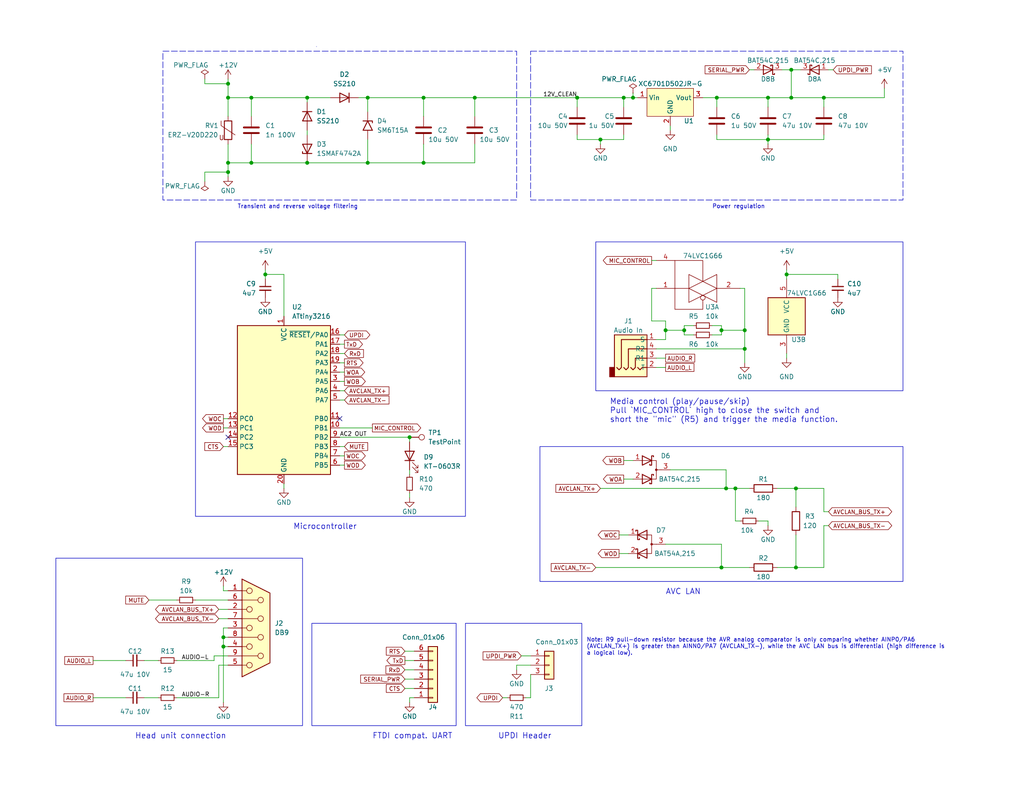
<source format=kicad_sch>
(kicad_sch (version 20230121) (generator eeschema)
  (paper "USLetter")
  (title_block (title "AVCLAN Mockingboard") (rev "1.0"))
  (lib_symbols
    (symbol "74xGxx:74LVC1G66"
      (property "Reference" "U" (at 2.54 7.62 0))
      (property "Value" "74LVC1G66" (at 7.62 -7.62 0))
      (symbol "74LVC1G66_1_1"
        (pin bidirectional line (at -12.7 0 0) (length 5.08) (name "~") (number "1"))
        (pin bidirectional line (at 10.16 0 180) (length 6.25) (name "~") (number "2"))
        (pin input line (at -12.7 -7.62 0) (length 5.08) (name "~") (number "4"))
      )
      (symbol "74LVC1G66_2_1"
        (pin power_in line (at 0 -10.16 90) (length 5.08) (name "GND") (number "3"))
        (pin power_in line (at 0 10.16 270) (length 5.08) (name "VCC") (number "5"))
      )
    )
    (symbol "Connector:DE9_Receptacle" (pin_names (offset 0) hide)
      (property "Reference" "J2" (at 5.08 1.27 0))
      (property "Value" "DB9" (at 5.08 -1.27 0))
      (symbol "DE9_Receptacle_1_1"
        (pin passive line (at -7.62 10.16 0) (length 3.81) (name "BAT") (number "1"))
        (pin passive line (at -7.62 5.08 0) (length 3.81) (name "BUS+") (number "2"))
        (pin passive line (at -7.62 0 0) (length 3.81) (name "L+") (number "3"))
        (pin passive line (at -7.62 -5.08 0) (length 3.81) (name "R+") (number "4"))
        (pin passive line (at -7.62 -10.16 0) (length 3.81) (name "GND") (number "5"))
        (pin passive line (at -7.62 7.62 0) (length 3.81) (name "IGN/ACC") (number "6"))
        (pin passive line (at -7.62 2.54 0) (length 3.81) (name "BUS-") (number "7"))
        (pin passive line (at -7.62 -2.54 0) (length 3.81) (name "L-") (number "8"))
        (pin passive line (at -7.62 -7.62 0) (length 3.81) (name "R-") (number "9"))
      )
    )
    (symbol "Connector:TestPoint" (pin_numbers hide) (pin_names (offset 0.762) hide)
      (property "Reference" "TP" (at 0 6.858 0))
      (property "Value" "TestPoint" (at 0 5.08 0))
      (symbol "TestPoint_1_1"
        (pin passive line (at 0 0 90) (length 2.54) (name "1") (number "1"))
      )
    )
    (symbol "Connector_Audio:AudioJack4"
      (property "Reference" "J1" (at -2.54 7.62 0))
      (property "Value" "Audio In" (at -2.54 5.08 0))
      (symbol "AudioJack4_1_1"
        (pin passive line (at 5.08 2.54 180) (length 2.54) (name "S") (number "1"))
        (pin passive line (at 5.08 -5.08 180) (length 2.54) (name "T") (number "2"))
        (pin passive line (at 5.08 -2.54 180) (length 2.54) (name "R1") (number "3"))
        (pin passive line (at 5.08 0 180) (length 2.54) (name "R2") (number "4"))
      )
    )
    (symbol "Connector_Generic:Conn_01x03" (pin_names (offset 1.016) hide)
      (property "Reference" "J" (at 0 5.08 0))
      (property "Value" "Conn_01x03" (at 0 -5.08 0))
      (symbol "Conn_01x03_1_1"
        (pin passive line (at -5.08 2.54 0) (length 3.81) (name "Pin_1") (number "1"))
        (pin passive line (at -5.08 0 0) (length 3.81) (name "Pin_2") (number "2"))
        (pin passive line (at -5.08 -2.54 0) (length 3.81) (name "Pin_3") (number "3"))
      )
    )
    (symbol "Connector_Generic:Conn_01x06" (pin_names (offset 1.016) hide)
      (property "Reference" "J" (at 0 7.62 0))
      (property "Value" "Conn_01x06" (at 0 -10.16 0))
      (symbol "Conn_01x06_1_1"
        (pin passive line (at -5.08 5.08 0) (length 3.81) (name "Pin_1") (number "1"))
        (pin passive line (at -5.08 2.54 0) (length 3.81) (name "Pin_2") (number "2"))
        (pin passive line (at -5.08 0 0) (length 3.81) (name "Pin_3") (number "3"))
        (pin passive line (at -5.08 -2.54 0) (length 3.81) (name "Pin_4") (number "4"))
        (pin passive line (at -5.08 -5.08 0) (length 3.81) (name "Pin_5") (number "5"))
        (pin passive line (at -5.08 -7.62 0) (length 3.81) (name "Pin_6") (number "6"))
      )
    )
    (symbol "Device:C" (pin_numbers hide) (pin_names (offset 0.254))
      (property "Reference" "C" (at 0.635 2.54 0))
      (property "Value" "C" (at 0.635 -2.54 0))
      (symbol "C_1_1"
        (pin passive line (at 0 3.81 270) (length 2.794) (name "~") (number "1"))
        (pin passive line (at 0 -3.81 90) (length 2.794) (name "~") (number "2"))
      )
    )
    (symbol "Device:C_Small" (pin_numbers hide) (pin_names (offset 0.254) hide)
      (property "Reference" "C" (at 0.254 1.778 0))
      (property "Value" "C_Small" (at 0.254 -2.032 0))
      (symbol "C_Small_1_1"
        (pin passive line (at 0 2.54 270) (length 2.032) (name "~") (number "1"))
        (pin passive line (at 0 -2.54 90) (length 2.032) (name "~") (number "2"))
      )
    )
    (symbol "Device:D" (pin_numbers hide) (pin_names (offset 1.016) hide)
      (property "Reference" "D" (at 0 2.54 0))
      (property "Value" "D" (at 0 -2.54 0))
      (symbol "D_1_1"
        (pin passive line (at -3.81 0 0) (length 2.54) (name "K") (number "1"))
        (pin passive line (at 3.81 0 180) (length 2.54) (name "A") (number "2"))
      )
    )
    (symbol "Device:D_Schottky_Dual_CommonAnode_KKA_Parallel" (pin_names (offset 0.762) hide)
      (property "Reference" "D" (at 0 5.08 0))
      (property "Value" "D_Schottky_Dual_CommonAnode_KKA_Parallel" (at 0 -5.08 0))
      (symbol "D_Schottky_Dual_CommonAnode_KKA_Parallel_0_1"
        (pin passive line (at 5.08 2.54 180) (length 2.54) (name "K") (number "1"))
        (pin passive line (at 5.08 -2.54 180) (length 2.54) (name "K") (number "2"))
        (pin passive line (at -5.08 0 0) (length 2.54) (name "A") (number "3"))
      )
    )
    (symbol "Device:D_Schottky_Dual_CommonCathode_AAK_Parallel" (pin_names (offset 0.762) hide)
      (property "Reference" "D" (at 0 5.08 0))
      (property "Value" "D_Schottky_Dual_CommonCathode_AAK_Parallel" (at 0 -5.08 0))
      (symbol "D_Schottky_Dual_CommonCathode_AAK_Parallel_0_1"
        (pin passive line (at -5.08 2.54 0) (length 2.54) (name "K") (number "1"))
        (pin passive line (at -5.08 -2.54 0) (length 2.54) (name "K") (number "2"))
        (pin passive line (at 5.08 0 180) (length 2.54) (name "A") (number "3"))
      )
    )
    (symbol "Device:D_Schottky_Dual_CommonCathode_AAK_Split" (pin_names (offset 0.762) hide)
      (property "Reference" "D" (at 0 2.54 0))
      (property "Value" "D_Schottky_Dual_CommonCathode_AAK_Split" (at 0 -2.54 0))
      (symbol "D_Schottky_Dual_CommonCathode_AAK_Split_0_1"
        (pin passive line (at 3.81 0 180) (length 2.54) (name "K") (number "3"))
      )
      (symbol "D_Schottky_Dual_CommonCathode_AAK_Split_1_1"
        (pin passive line (at -3.81 0 0) (length 2.54) (name "A") (number "1"))
      )
      (symbol "D_Schottky_Dual_CommonCathode_AAK_Split_2_1"
        (pin passive line (at -3.81 0 0) (length 2.54) (name "K") (number "2"))
      )
    )
    (symbol "Device:D_Zener" (pin_numbers hide) (pin_names (offset 1.016) hide)
      (property "Reference" "D" (at 0 2.54 0))
      (property "Value" "D_Zener" (at 0 -2.54 0))
      (symbol "D_Zener_1_1"
        (pin passive line (at -3.81 0 0) (length 2.54) (name "K") (number "1"))
        (pin passive line (at 3.81 0 180) (length 2.54) (name "A") (number "2"))
      )
    )
    (symbol "Device:LED" (pin_numbers hide) (pin_names (offset 1.016) hide)
      (property "Reference" "D" (at 0 2.54 0))
      (property "Value" "LED" (at 0 -2.54 0))
      (symbol "LED_1_1"
        (pin passive line (at -3.81 0 0) (length 2.54) (name "K") (number "1"))
        (pin passive line (at 3.81 0 180) (length 2.54) (name "A") (number "2"))
      )
    )
    (symbol "Device:R" (pin_numbers hide) (pin_names (offset 0))
      (property "Reference" "R" (at 2.032 0 90))
      (property "Value" "R" (at 0 0 90))
      (symbol "R_1_1"
        (pin passive line (at 0 3.81 270) (length 1.27) (name "~") (number "1"))
        (pin passive line (at 0 -3.81 90) (length 1.27) (name "~") (number "2"))
      )
    )
    (symbol "Device:R_Small" (pin_numbers hide) (pin_names (offset 0.254) hide)
      (property "Reference" "R" (at 0.762 0.508 0))
      (property "Value" "R_Small" (at 0.762 -1.016 0))
      (symbol "R_Small_1_1"
        (pin passive line (at 0 2.54 270) (length 0.762) (name "~") (number "1"))
        (pin passive line (at 0 -2.54 90) (length 0.762) (name "~") (number "2"))
      )
    )
    (symbol "Device:Varistor" (pin_numbers hide) (pin_names (offset 0))
      (property "Reference" "RV" (at 3.175 0 90))
      (property "Value" "Varistor" (at -3.175 0 90))
      (symbol "Varistor_0_0"
        (text "U" (at -1.778 -2.032 0) (effects (font (size 1.27 1.27))))
      )
      (symbol "Varistor_1_1"
        (pin passive line (at 0 3.81 270) (length 1.27) (name "~") (number "1"))
        (pin passive line (at 0 -3.81 90) (length 1.27) (name "~") (number "2"))
      )
    )
    (symbol "Diode:SM6T15A" (pin_numbers hide) (pin_names (offset 1.016) hide)
      (property "Reference" "D" (at 0 2.54 0))
      (property "Value" "SM6T15A" (at 0 -2.54 0))
      (symbol "SM6T15A_1_1"
        (pin passive line (at -3.81 0 0) (length 2.54) (name "A1") (number "1"))
        (pin passive line (at 3.81 0 180) (length 2.54) (name "A2") (number "2"))
      )
    )
    (symbol "MCU_Microchip_ATtiny:ATtiny1616-S"
      (property "Reference" "U" (at -12.7 21.59 0))
      (property "Value" "ATtiny1616-S" (at 2.54 -21.59 0))
      (symbol "ATtiny1616-S_1_1"
        (pin power_in line (at 0 22.86 270) (length 2.54) (name "VCC") (number "1"))
        (pin bidirectional line (at 15.24 -7.62 180) (length 2.54) (name "PB1") (number "10"))
        (pin bidirectional line (at 15.24 -5.08 180) (length 2.54) (name "PB0") (number "11"))
        (pin bidirectional line (at -15.24 -5.08 0) (length 2.54) (name "PC0") (number "12"))
        (pin bidirectional line (at -15.24 -7.62 0) (length 2.54) (name "PC1") (number "13"))
        (pin bidirectional line (at -15.24 -10.16 0) (length 2.54) (name "PC2") (number "14"))
        (pin bidirectional line (at -15.24 -12.7 0) (length 2.54) (name "PC3") (number "15"))
        (pin bidirectional line (at 15.24 17.78 180) (length 2.54) (name "~{RESET}/PA0") (number "16"))
        (pin bidirectional line (at 15.24 15.24 180) (length 2.54) (name "PA1") (number "17"))
        (pin bidirectional line (at 15.24 12.7 180) (length 2.54) (name "PA2") (number "18"))
        (pin bidirectional line (at 15.24 10.16 180) (length 2.54) (name "PA3") (number "19"))
        (pin bidirectional line (at 15.24 7.62 180) (length 2.54) (name "PA4") (number "2"))
        (pin power_in line (at 0 -22.86 90) (length 2.54) (name "GND") (number "20"))
        (pin bidirectional line (at 15.24 5.08 180) (length 2.54) (name "PA5") (number "3"))
        (pin bidirectional line (at 15.24 2.54 180) (length 2.54) (name "PA6") (number "4"))
        (pin bidirectional line (at 15.24 0 180) (length 2.54) (name "PA7") (number "5"))
        (pin bidirectional line (at 15.24 -17.78 180) (length 2.54) (name "PB5") (number "6"))
        (pin bidirectional line (at 15.24 -15.24 180) (length 2.54) (name "PB4") (number "7"))
        (pin bidirectional line (at 15.24 -12.7 180) (length 2.54) (name "PB3") (number "8"))
        (pin bidirectional line (at 15.24 -10.16 180) (length 2.54) (name "PB2") (number "9"))
      )
    )
    (symbol "local:XC6701"
      (property "Reference" "U" (at 0 5.08 0))
      (symbol "XC6701_0_0"
        (pin power_in line (at -8.89 1.27 0) (length 2.54) (name "Vin") (number "1"))
        (pin power_in line (at 0 -6.35 90) (length 2.54) (name "GND") (number "2"))
        (pin power_out line (at 8.89 1.27 180) (length 2.54) (name "Vout") (number "3"))
      )
    )
    (symbol "power:+12V" (power) (pin_names (offset 0))
      (property "Value" "+12V" (at 0 3.556 0))
      (symbol "+12V_1_1"
        (pin power_in line (at 0 0 90) (length 0) hide (name "+12V") (number "1"))
      )
    )
    (symbol "power:+5V" (power) (pin_names (offset 0))
      (property "Value" "+5V" (at 0 3.556 0))
      (symbol "+5V_1_1"
        (pin power_in line (at 0 0 90) (length 0) hide (name "+5V") (number "1"))
      )
    )
    (symbol "power:GND" (power) (pin_names (offset 0))
      (property "Value" "GND" (at 0 -3.81 0))
      (symbol "GND_1_1"
        (pin power_in line (at 0 0 270) (length 0) hide (name "GND") (number "1"))
      )
    )
    (symbol "power:PWR_FLAG" (power) (pin_numbers hide) (pin_names (offset 0) hide)
      (property "Value" "PWR_FLAG" (at 0 3.81 0))
      (symbol "PWR_FLAG_0_0"
        (pin power_out line (at 0 0 90) (length 0) (name "pwr") (number "1"))
      )
    )
  )
  (junction (at 209.55 26.67))
  (junction (at 72.39 74.93))
  (junction (at 60.96 173.99))
  (junction (at 83.82 44.45))
  (junction (at 62.23 44.45))
  (junction (at 163.83 38.1))
  (junction (at 62.23 22.86))
  (junction (at 100.33 26.67))
  (junction (at 215.9 19.05))
  (junction (at 170.18 26.67))
  (junction (at 195.58 26.67))
  (junction (at 217.17 133.35))
  (junction (at 203.2 90.17))
  (junction (at 62.23 46.99))
  (junction (at 172.72 26.67))
  (junction (at 115.57 44.45))
  (junction (at 111.76 119.38))
  (junction (at 186.69 90.17))
  (junction (at 157.48 26.67))
  (junction (at 217.17 154.94))
  (junction (at 60.96 176.53))
  (junction (at 68.58 26.67))
  (junction (at 224.79 26.67))
  (junction (at 181.61 90.17))
  (junction (at 129.54 26.67))
  (junction (at 203.2 95.25))
  (junction (at 200.66 133.35))
  (junction (at 68.58 44.45))
  (junction (at 196.85 154.94))
  (junction (at 62.23 26.67))
  (junction (at 100.33 44.45))
  (junction (at 198.12 133.35))
  (junction (at 196.85 90.17))
  (junction (at 214.63 74.93))
  (junction (at 215.9 26.67))
  (junction (at 83.82 26.67))
  (junction (at 209.55 38.1))
  (junction (at 115.57 26.67))
  (no_connect (at 62.23 119.38))
  (no_connect (at 92.71 114.3))
  (wire (pts (xy 39.37 180.34) (xy 43.18 180.34)))
  (wire (pts (xy 196.85 91.44) (xy 196.85 90.17)))
  (wire (pts (xy 48.26 180.34) (xy 58.42 180.34)))
  (wire (pts (xy 62.23 26.67) (xy 68.58 26.67)))
  (wire (pts (xy 55.88 22.86) (xy 55.88 21.59)))
  (wire (pts (xy 111.76 119.38) (xy 111.76 120.65)))
  (wire (pts (xy 195.58 36.83) (xy 195.58 38.1)))
  (wire (pts (xy 92.71 116.84) (xy 101.6 116.84)))
  (wire (pts (xy 179.07 92.71) (xy 181.61 92.71)))
  (wire (pts (xy 168.91 146.05) (xy 171.45 146.05)))
  (wire (pts (xy 182.88 34.29) (xy 182.88 35.56)))
  (wire (pts (xy 83.82 35.56) (xy 83.82 36.83)))
  (wire (pts (xy 204.47 19.05) (xy 205.74 19.05)))
  (wire (pts (xy 100.33 26.67) (xy 115.57 26.67)))
  (wire (pts (xy 111.76 128.27) (xy 111.76 129.54)))
  (wire (pts (xy 170.18 125.73) (xy 172.72 125.73)))
  (wire (pts (xy 62.23 179.07) (xy 58.42 179.07)))
  (wire (pts (xy 217.17 154.94) (xy 224.79 154.94)))
  (wire (pts (xy 142.24 179.07) (xy 144.78 179.07)))
  (wire (pts (xy 195.58 38.1) (xy 209.55 38.1)))
  (wire (pts (xy 170.18 36.83) (xy 170.18 38.1)))
  (wire (pts (xy 224.79 29.21) (xy 224.79 26.67)))
  (wire (pts (xy 140.97 182.88) (xy 140.97 181.61)))
  (wire (pts (xy 198.12 128.27) (xy 198.12 133.35)))
  (wire (pts (xy 25.4 190.5) (xy 34.29 190.5)))
  (wire (pts (xy 60.96 176.53) (xy 62.23 176.53)))
  (wire (pts (xy 144.78 190.5) (xy 144.78 184.15)))
  (wire (pts (xy 100.33 44.45) (xy 115.57 44.45)))
  (wire (pts (xy 214.63 74.93) (xy 214.63 76.2)))
  (wire (pts (xy 186.69 90.17) (xy 181.61 90.17)))
  (wire (pts (xy 215.9 19.05) (xy 215.9 26.67)))
  (wire (pts (xy 224.79 143.51) (xy 226.06 143.51)))
  (wire (pts (xy 170.18 130.81) (xy 172.72 130.81)))
  (wire (pts (xy 198.12 133.35) (xy 200.66 133.35)))
  (wire (pts (xy 163.83 38.1) (xy 157.48 38.1)))
  (wire (pts (xy 77.47 133.35) (xy 77.47 132.08)))
  (wire (pts (xy 92.71 121.92) (xy 93.98 121.92)))
  (wire (pts (xy 110.49 185.42) (xy 113.03 185.42)))
  (wire (pts (xy 191.77 26.67) (xy 195.58 26.67)))
  (polyline (pts (xy 86.36 12.7) (xy 86.36 12.7)))
  (wire (pts (xy 181.61 90.17) (xy 181.61 92.71)))
  (wire (pts (xy 143.51 190.5) (xy 144.78 190.5)))
  (wire (pts (xy 59.69 166.37) (xy 62.23 166.37)))
  (wire (pts (xy 140.97 181.61) (xy 144.78 181.61)))
  (wire (pts (xy 163.83 38.1) (xy 163.83 39.37)))
  (wire (pts (xy 110.49 180.34) (xy 113.03 180.34)))
  (wire (pts (xy 170.18 26.67) (xy 170.18 29.21)))
  (wire (pts (xy 224.79 154.94) (xy 224.79 143.51)))
  (wire (pts (xy 39.37 190.5) (xy 43.18 190.5)))
  (wire (pts (xy 60.96 160.02) (xy 60.96 161.29)))
  (wire (pts (xy 224.79 139.7) (xy 224.79 133.35)))
  (wire (pts (xy 200.66 133.35) (xy 204.47 133.35)))
  (wire (pts (xy 129.54 26.67) (xy 129.54 31.75)))
  (wire (pts (xy 196.85 154.94) (xy 204.47 154.94)))
  (wire (pts (xy 214.63 74.93) (xy 228.6 74.93)))
  (wire (pts (xy 92.71 91.44) (xy 93.98 91.44)))
  (wire (pts (xy 201.93 78.74) (xy 203.2 78.74)))
  (wire (pts (xy 179.07 100.33) (xy 181.61 100.33)))
  (wire (pts (xy 60.96 173.99) (xy 62.23 173.99)))
  (wire (pts (xy 92.71 119.38) (xy 111.76 119.38)))
  (wire (pts (xy 209.55 142.24) (xy 209.55 143.51)))
  (wire (pts (xy 83.82 26.67) (xy 83.82 27.94)))
  (wire (pts (xy 195.58 26.67) (xy 209.55 26.67)))
  (wire (pts (xy 196.85 148.59) (xy 196.85 154.94)))
  (wire (pts (xy 129.54 39.37) (xy 129.54 44.45)))
  (wire (pts (xy 170.18 26.67) (xy 172.72 26.67)))
  (wire (pts (xy 200.66 133.35) (xy 200.66 142.24)))
  (wire (pts (xy 68.58 44.45) (xy 68.58 39.37)))
  (wire (pts (xy 129.54 44.45) (xy 115.57 44.45)))
  (wire (pts (xy 215.9 19.05) (xy 218.44 19.05)))
  (wire (pts (xy 25.4 180.34) (xy 34.29 180.34)))
  (wire (pts (xy 224.79 38.1) (xy 224.79 36.83)))
  (wire (pts (xy 172.72 25.4) (xy 172.72 26.67)))
  (wire (pts (xy 110.49 177.8) (xy 113.03 177.8)))
  (wire (pts (xy 115.57 39.37) (xy 115.57 44.45)))
  (wire (pts (xy 62.23 22.86) (xy 62.23 26.67)))
  (wire (pts (xy 217.17 146.05) (xy 217.17 154.94)))
  (wire (pts (xy 83.82 26.67) (xy 90.17 26.67)))
  (wire (pts (xy 186.69 88.9) (xy 186.69 90.17)))
  (wire (pts (xy 97.79 26.67) (xy 100.33 26.67)))
  (wire (pts (xy 72.39 76.2) (xy 72.39 74.93)))
  (wire (pts (xy 110.49 187.96) (xy 113.03 187.96)))
  (wire (pts (xy 194.31 91.44) (xy 196.85 91.44)))
  (wire (pts (xy 60.96 161.29) (xy 62.23 161.29)))
  (wire (pts (xy 62.23 39.37) (xy 62.23 44.45)))
  (wire (pts (xy 213.36 19.05) (xy 215.9 19.05)))
  (wire (pts (xy 212.09 133.35) (xy 217.17 133.35)))
  (wire (pts (xy 181.61 148.59) (xy 196.85 148.59)))
  (wire (pts (xy 181.61 87.63) (xy 181.61 90.17)))
  (wire (pts (xy 60.96 116.84) (xy 62.23 116.84)))
  (wire (pts (xy 115.57 26.67) (xy 129.54 26.67)))
  (wire (pts (xy 228.6 74.93) (xy 228.6 76.2)))
  (wire (pts (xy 203.2 78.74) (xy 203.2 90.17)))
  (wire (pts (xy 111.76 134.62) (xy 111.76 135.89)))
  (wire (pts (xy 58.42 179.07) (xy 58.42 180.34)))
  (wire (pts (xy 92.71 93.98) (xy 93.98 93.98)))
  (wire (pts (xy 224.79 26.67) (xy 241.3 26.67)))
  (wire (pts (xy 137.16 190.5) (xy 138.43 190.5)))
  (wire (pts (xy 195.58 26.67) (xy 195.58 29.21)))
  (wire (pts (xy 60.96 121.92) (xy 62.23 121.92)))
  (wire (pts (xy 111.76 190.5) (xy 113.03 190.5)))
  (wire (pts (xy 60.96 176.53) (xy 60.96 191.77)))
  (wire (pts (xy 217.17 138.43) (xy 217.17 133.35)))
  (wire (pts (xy 224.79 133.35) (xy 217.17 133.35)))
  (wire (pts (xy 157.48 38.1) (xy 157.48 36.83)))
  (wire (pts (xy 115.57 31.75) (xy 115.57 26.67)))
  (wire (pts (xy 62.23 46.99) (xy 62.23 48.26)))
  (wire (pts (xy 62.23 26.67) (xy 62.23 31.75)))
  (wire (pts (xy 100.33 38.1) (xy 100.33 44.45)))
  (wire (pts (xy 62.23 44.45) (xy 62.23 46.99)))
  (wire (pts (xy 179.07 97.79) (xy 181.61 97.79)))
  (wire (pts (xy 48.26 190.5) (xy 59.69 190.5)))
  (wire (pts (xy 60.96 173.99) (xy 60.96 176.53)))
  (wire (pts (xy 59.69 181.61) (xy 59.69 190.5)))
  (wire (pts (xy 62.23 181.61) (xy 59.69 181.61)))
  (wire (pts (xy 209.55 38.1) (xy 224.79 38.1)))
  (wire (pts (xy 157.48 26.67) (xy 170.18 26.67)))
  (wire (pts (xy 157.48 29.21) (xy 157.48 26.67)))
  (wire (pts (xy 68.58 26.67) (xy 83.82 26.67)))
  (wire (pts (xy 72.39 74.93) (xy 77.47 74.93)))
  (wire (pts (xy 55.88 46.99) (xy 55.88 49.53)))
  (wire (pts (xy 196.85 88.9) (xy 196.85 90.17)))
  (wire (pts (xy 55.88 22.86) (xy 62.23 22.86)))
  (wire (pts (xy 53.34 163.83) (xy 62.23 163.83)))
  (wire (pts (xy 212.09 154.94) (xy 217.17 154.94)))
  (wire (pts (xy 209.55 29.21) (xy 209.55 26.67)))
  (wire (pts (xy 92.71 109.22) (xy 93.98 109.22)))
  (wire (pts (xy 172.72 26.67) (xy 173.99 26.67)))
  (wire (pts (xy 77.47 74.93) (xy 77.47 86.36)))
  (wire (pts (xy 170.18 38.1) (xy 163.83 38.1)))
  (wire (pts (xy 55.88 46.99) (xy 62.23 46.99)))
  (wire (pts (xy 92.71 101.6) (xy 93.98 101.6)))
  (wire (pts (xy 209.55 38.1) (xy 209.55 36.83)))
  (wire (pts (xy 214.63 96.52) (xy 214.63 97.79)))
  (wire (pts (xy 92.71 124.46) (xy 93.98 124.46)))
  (wire (pts (xy 163.83 133.35) (xy 198.12 133.35)))
  (wire (pts (xy 203.2 95.25) (xy 203.2 99.06)))
  (wire (pts (xy 92.71 104.14) (xy 93.98 104.14)))
  (wire (pts (xy 129.54 26.67) (xy 157.48 26.67)))
  (wire (pts (xy 92.71 106.68) (xy 93.98 106.68)))
  (wire (pts (xy 162.56 154.94) (xy 196.85 154.94)))
  (wire (pts (xy 177.8 71.12) (xy 179.07 71.12)))
  (wire (pts (xy 215.9 26.67) (xy 224.79 26.67)))
  (wire (pts (xy 203.2 90.17) (xy 203.2 95.25)))
  (wire (pts (xy 92.71 96.52) (xy 93.98 96.52)))
  (wire (pts (xy 62.23 44.45) (xy 68.58 44.45)))
  (wire (pts (xy 226.06 19.05) (xy 227.33 19.05)))
  (wire (pts (xy 62.23 171.45) (xy 60.96 171.45)))
  (wire (pts (xy 177.8 87.63) (xy 181.61 87.63)))
  (wire (pts (xy 110.49 182.88) (xy 113.03 182.88)))
  (wire (pts (xy 68.58 26.67) (xy 68.58 31.75)))
  (wire (pts (xy 189.23 88.9) (xy 186.69 88.9)))
  (wire (pts (xy 60.96 171.45) (xy 60.96 173.99)))
  (wire (pts (xy 40.64 163.83) (xy 48.26 163.83)))
  (wire (pts (xy 194.31 88.9) (xy 196.85 88.9)))
  (wire (pts (xy 196.85 90.17) (xy 203.2 90.17)))
  (wire (pts (xy 92.71 99.06) (xy 93.98 99.06)))
  (wire (pts (xy 209.55 142.24) (xy 207.01 142.24)))
  (wire (pts (xy 179.07 95.25) (xy 203.2 95.25)))
  (wire (pts (xy 241.3 24.13) (xy 241.3 26.67)))
  (wire (pts (xy 189.23 91.44) (xy 186.69 91.44)))
  (wire (pts (xy 60.96 114.3) (xy 62.23 114.3)))
  (wire (pts (xy 168.91 151.13) (xy 171.45 151.13)))
  (wire (pts (xy 209.55 38.1) (xy 209.55 39.37)))
  (wire (pts (xy 83.82 44.45) (xy 68.58 44.45)))
  (wire (pts (xy 100.33 30.48) (xy 100.33 26.67)))
  (wire (pts (xy 182.88 128.27) (xy 198.12 128.27)))
  (wire (pts (xy 59.69 168.91) (xy 62.23 168.91)))
  (wire (pts (xy 111.76 191.77) (xy 111.76 190.5)))
  (wire (pts (xy 83.82 44.45) (xy 100.33 44.45)))
  (wire (pts (xy 92.71 127) (xy 93.98 127)))
  (wire (pts (xy 62.23 21.59) (xy 62.23 22.86)))
  (wire (pts (xy 186.69 91.44) (xy 186.69 90.17)))
  (wire (pts (xy 224.79 139.7) (xy 226.06 139.7)))
  (wire (pts (xy 201.93 142.24) (xy 200.66 142.24)))
  (wire (pts (xy 72.39 74.93) (xy 72.39 73.66)))
  (wire (pts (xy 177.8 78.74) (xy 177.8 87.63)))
  (wire (pts (xy 214.63 73.66) (xy 214.63 74.93)))
  (wire (pts (xy 209.55 26.67) (xy 215.9 26.67)))
  (wire (pts (xy 179.07 78.74) (xy 177.8 78.74)))
  (rectangle (start 127 170.18) (end 158.75 198.12))
  (rectangle (start 53.34 66.04) (end 127 140.97))
  (rectangle (start 144.78 13.97) (end 246.38 54.61) (stroke (width 0) (type dash)))
  (rectangle (start 162.56 66.04) (end 246.38 106.68))
  (rectangle (start 147.32 121.92) (end 246.38 158.75))
  (rectangle (start 85.09 170.18) (end 124.46 198.12))
  (rectangle (start 44.45 13.97) (end 140.97 54.61) (stroke (width 0) (type dash)))
  (rectangle (start 15.24 152.4) (end 82.55 198.12))
  (text "Microcontroller" (at 80.01 144.78 0) (effects (font (size 1.524 1.524)) (justify left bottom)))
  (text "Media control (play/pause/skip)\nPull `MIC_CONTROL` high to close the switch and\nshort the \"mic\" (R5) and trigger the media function." (at 166.37 115.57 0) (effects (font (size 1.524 1.524)) (justify left bottom)))
  (text "Head unit connection" (at 36.83 201.93 0) (effects (font (size 1.524 1.524)) (justify left bottom)))
  (text "AVC LAN" (at 181.61 162.56 0) (effects (font (size 1.524 1.524)) (justify left bottom)))
  (text "Note: R9 pull-down resistor because the AVR analog comparator is only comparing whether AINP0/PA6\n(AVCLAN_TX+) is greater than AINN0/PA7 (AVCLAN_TX-), while the AVC LAN bus is differential (high difference is\na logical low)." (at 160.02 179.07 0) (effects (font (size 1.1176 1.1176)) (justify left bottom)))
  (text "Power regulation" (at 194.31 57.15 0) (effects (font (size 1.1176 1.1176)) (justify left bottom)))
  (text "UPDI Header" (at 135.89 201.93 0) (effects (font (size 1.524 1.524)) (justify left bottom)))
  (text "Transient and reverse voltage filtering" (at 64.77 57.15 0) (effects (font (size 1.1176 1.1176)) (justify left bottom)))
  (text "FTDI compat. UART" (at 101.6 201.93 0) (effects (font (size 1.524 1.524)) (justify left bottom)))
  (label "12V_CLEAN" (at 157.48 26.67 180) (effects (font (size 1.1176 1.1176))))
  (label "AC2 OUT" (at 92.71 119.38 0) (effects (font (size 1.1176 1.1176))))
  (label "AUDIO-L" (at 49.53 180.34 0) (effects (font (size 1.1176 1.1176))))
  (label "AUDIO-R" (at 49.53 190.5 0) (effects (font (size 1.1176 1.1176))))
  (global_label "WOC" (shape output) (at 93.98 124.46 0) (effects (font (size 1.1176 1.1176))) (property "Intersheetrefs" "${INTERSHEET_REFS}" (effects hide)))
  (global_label "AVCLAN_BUS_TX-" (shape bidirectional) (at 226.06 143.51 0) (effects (font (size 1.1 1.1))) (property "Intersheetrefs" "${INTERSHEET_REFS}" (effects hide)))
  (global_label "SERIAL_PWR" (shape input) (at 204.47 19.05 180) (effects (font (size 1.1176 1.1176))) (property "Intersheetrefs" "${INTERSHEET_REFS}" (effects hide)))
  (global_label "AUDIO_R" (shape passive) (at 25.4 190.5 180) (effects (font (size 1.1 1.1))) (property "Intersheetrefs" "${INTERSHEET_REFS}" (effects hide)))
  (global_label "AVCLAN_TX-" (shape input) (at 162.56 154.94 180) (effects (font (size 1.1 1.1))) (property "Intersheetrefs" "${INTERSHEET_REFS}" (effects hide)))
  (global_label "SERIAL_PWR" (shape input) (at 110.49 185.42 180) (effects (font (size 1.1176 1.1176))) (property "Intersheetrefs" "${INTERSHEET_REFS}" (effects hide)))
  (global_label "WOA" (shape output) (at 170.18 130.81 180) (effects (font (size 1.1176 1.1176))) (property "Intersheetrefs" "${INTERSHEET_REFS}" (effects hide)))
  (global_label "RxD" (shape input) (at 110.49 182.88 180) (effects (font (size 1.1 1.1))) (property "Intersheetrefs" "${INTERSHEET_REFS}" (effects hide)))
  (global_label "TxD" (shape output) (at 93.98 93.98 0) (effects (font (size 1.1 1.1))) (property "Intersheetrefs" "${INTERSHEET_REFS}" (effects hide)))
  (global_label "AUDIO_R" (shape passive) (at 181.61 97.79 0) (effects (font (size 1.1 1.1))) (property "Intersheetrefs" "${INTERSHEET_REFS}" (effects hide)))
  (global_label "WOB" (shape output) (at 93.98 104.14 0) (effects (font (size 1.1176 1.1176))) (property "Intersheetrefs" "${INTERSHEET_REFS}" (effects hide)))
  (global_label "UPDI" (shape bidirectional) (at 93.98 91.44 0) (effects (font (size 1.1 1.1))) (property "Intersheetrefs" "${INTERSHEET_REFS}" (effects hide)))
  (global_label "WOC" (shape output) (at 168.91 146.05 180) (effects (font (size 1.1176 1.1176))) (property "Intersheetrefs" "${INTERSHEET_REFS}" (effects hide)))
  (global_label "MIC_CONTROL" (shape output) (at 177.8 71.12 180) (effects (font (size 1.1 1.1))) (property "Intersheetrefs" "${INTERSHEET_REFS}" (effects hide)))
  (global_label "MIC_CONTROL" (shape output) (at 101.6 116.84 0) (effects (font (size 1.1 1.1))) (property "Intersheetrefs" "${INTERSHEET_REFS}" (effects hide)))
  (global_label "RTS" (shape output) (at 93.98 99.06 0) (effects (font (size 1.1 1.1))) (property "Intersheetrefs" "${INTERSHEET_REFS}" (effects hide)))
  (global_label "MUTE" (shape input) (at 93.98 121.92 0) (effects (font (size 1.1 1.1))) (property "Intersheetrefs" "${INTERSHEET_REFS}" (effects hide)))
  (global_label "AVCLAN_TX+" (shape input) (at 93.98 106.68 0) (effects (font (size 1.1 1.1))) (property "Intersheetrefs" "${INTERSHEET_REFS}" (effects hide)))
  (global_label "AVCLAN_BUS_TX+" (shape bidirectional) (at 59.69 166.37 180) (effects (font (size 1.1 1.1))) (property "Intersheetrefs" "${INTERSHEET_REFS}" (effects hide)))
  (global_label "CTS" (shape input) (at 60.96 121.92 180) (effects (font (size 1.1 1.1))) (property "Intersheetrefs" "${INTERSHEET_REFS}" (effects hide)))
  (global_label "AUDIO_L" (shape passive) (at 25.4 180.34 180) (effects (font (size 1.1 1.1))) (property "Intersheetrefs" "${INTERSHEET_REFS}" (effects hide)))
  (global_label "WOD" (shape output) (at 60.96 116.84 180) (effects (font (size 1.1176 1.1176))) (property "Intersheetrefs" "${INTERSHEET_REFS}" (effects hide)))
  (global_label "AVCLAN_BUS_TX-" (shape bidirectional) (at 59.69 168.91 180) (effects (font (size 1.1 1.1))) (property "Intersheetrefs" "${INTERSHEET_REFS}" (effects hide)))
  (global_label "UPDI" (shape bidirectional) (at 137.16 190.5 180) (effects (font (size 1.1176 1.1176))) (property "Intersheetrefs" "${INTERSHEET_REFS}" (effects hide)))
  (global_label "WOD" (shape output) (at 93.98 127 0) (effects (font (size 1.1176 1.1176))) (property "Intersheetrefs" "${INTERSHEET_REFS}" (effects hide)))
  (global_label "TxD" (shape output) (at 110.49 180.34 180) (effects (font (size 1.1 1.1))) (property "Intersheetrefs" "${INTERSHEET_REFS}" (effects hide)))
  (global_label "WOA" (shape output) (at 93.98 101.6 0) (effects (font (size 1.1176 1.1176))) (property "Intersheetrefs" "${INTERSHEET_REFS}" (effects hide)))
  (global_label "RxD" (shape input) (at 93.98 96.52 0) (effects (font (size 1.1 1.1))) (property "Intersheetrefs" "${INTERSHEET_REFS}" (effects hide)))
  (global_label "WOD" (shape output) (at 168.91 151.13 180) (effects (font (size 1.1176 1.1176))) (property "Intersheetrefs" "${INTERSHEET_REFS}" (effects hide)))
  (global_label "AUDIO_L" (shape passive) (at 181.61 100.33 0) (effects (font (size 1.1 1.1))) (property "Intersheetrefs" "${INTERSHEET_REFS}" (effects hide)))
  (global_label "MUTE" (shape input) (at 40.64 163.83 180) (effects (font (size 1.1 1.1))) (property "Intersheetrefs" "${INTERSHEET_REFS}" (effects hide)))
  (global_label "CTS" (shape input) (at 110.49 187.96 180) (effects (font (size 1.1 1.1))) (property "Intersheetrefs" "${INTERSHEET_REFS}" (effects hide)))
  (global_label "AVCLAN_TX-" (shape input) (at 93.98 109.22 0) (effects (font (size 1.1 1.1))) (property "Intersheetrefs" "${INTERSHEET_REFS}" (effects hide)))
  (global_label "RTS" (shape input) (at 110.49 177.8 180) (effects (font (size 1.1 1.1))) (property "Intersheetrefs" "${INTERSHEET_REFS}" (effects hide)))
  (global_label "AVCLAN_BUS_TX+" (shape bidirectional) (at 226.06 139.7 0) (effects (font (size 1.1 1.1))) (property "Intersheetrefs" "${INTERSHEET_REFS}" (effects hide)))
  (global_label "WOC" (shape output) (at 60.96 114.3 180) (effects (font (size 1.1176 1.1176))) (property "Intersheetrefs" "${INTERSHEET_REFS}" (effects hide)))
  (global_label "AVCLAN_TX+" (shape input) (at 163.83 133.35 180) (effects (font (size 1.1 1.1))) (property "Intersheetrefs" "${INTERSHEET_REFS}" (effects hide)))
  (global_label "WOB" (shape output) (at 170.18 125.73 180) (effects (font (size 1.1176 1.1176))) (property "Intersheetrefs" "${INTERSHEET_REFS}" (effects hide)))
  (global_label "UPDI_PWR" (shape input) (at 142.24 179.07 180) (effects (font (size 1.1176 1.1176))) (property "Intersheetrefs" "${INTERSHEET_REFS}" (effects hide)))
  (global_label "UPDI_PWR" (shape input) (at 227.33 19.05 0) (effects (font (size 1.1176 1.1176))) (property "Intersheetrefs" "${INTERSHEET_REFS}" (effects hide)))
  (symbol (lib_id "Connector_Generic:Conn_01x06") (at 118.11 185.42 0) (mirror x) (unit 1)
    (property "Reference" "J4" (at 118.11 193.04 0))
    (property "Value" "Conn_01x06" (at 115.57 173.99 0))
    (property "Footprint" "Connector_PinHeader_2.54mm:PinHeader_1x06_P2.54mm_Vertical" (effects hide))
  )
  (symbol (lib_id "power:GND") (at 111.76 191.77 0) (unit 1)
    (property "Reference" "#PWR010" (effects hide))
    (property "Value" "GND" (at 111.76 195.58 0))
  )
  (symbol (lib_id "Device:Varistor") (at 62.23 35.56 0) (unit 1)
    (property "Reference" "RV1" (at 55.88 34.29 0) (effects (justify left)))
    (property "Value" "ERZ-V20D220 " (at 45.72 36.83 0) (effects (justify left)))
    (property "Footprint" "Varistor:RV_Disc_D21.5mm_W5.1mm_P10mm" (effects hide))
    (property "Sim.Name" "kicad_builtin_varistor" (effects hide))
    (property "Sim.Device" "SUBCKT" (effects hide))
    (property "Sim.Pins" "1=A 2=B" (effects hide))
    (property "Sim.Params" "threshold=1k" (effects hide))
    (property "Sim.Library" "${KICAD7_SYMBOL_DIR}/Simulation_SPICE.sp" (effects hide))
  )
  (symbol (lib_id "Device:R") (at 208.28 133.35 90) (unit 1)
    (property "Reference" "R1" (at 208.28 130.81 90))
    (property "Value" "180" (at 208.28 135.89 90))
    (property "Footprint" "Resistor_SMD:R_0805_2012Metric" (effects hide))
    (property "LCSC" "C25270" (effects hide))
    (property "Populate" "1" (effects hide))
  )
  (symbol (lib_id "power:+12V") (at 60.96 160.02 0) (unit 1)
    (property "Reference" "#PWR012" (effects hide))
    (property "Value" "+12V" (at 60.96 156.21 0))
  )
  (symbol (lib_id "74xGxx:74LVC1G66") (at 214.63 86.36 0) (unit 2)
    (property "Reference" "U3" (at 215.9 92.71 0) (effects (justify left)))
    (property "Value" "74LVC1G66" (at 214.63 80.01 0) (effects (justify left)))
    (property "Footprint" "Package_TO_SOT_SMD:SOT-23-5" (effects hide))
    (property "Datasheet" "http://www.ti.com/lit/ds/symlink/sn74lvc1g66.pdf" (effects hide))
    (property "LCSC" "C5375974" (effects hide))
    (property "Extended" "1" (effects hide))
    (property "Populate" "1" (effects hide))
  )
  (symbol (lib_id "Device:C_Small") (at 36.83 180.34 90) (mirror x) (unit 1)
    (property "Reference" "C12" (at 36.83 177.8 90))
    (property "Value" "47u 10V" (at 36.83 184.15 90))
    (property "Footprint" "Capacitor_SMD:C_1206_3216Metric" (effects hide))
    (property "LCSC" "C96123" (effects hide))
    (property "Populate" "1" (effects hide))
  )
  (symbol (lib_id "Connector:DE9_Receptacle") (at 69.85 171.45 0) (unit 1)
    (property "Reference" "J2" (at 74.93 170.18 0) (effects (justify left)))
    (property "Value" "DB9" (at 74.93 172.72 0) (effects (justify left)))
    (property "Footprint" "Connector_Dsub:DSUB-9_Male_Horizontal_P2.77x2.84mm_EdgePinOffset7.70mm_Housed_MountingHolesOffset9.12mm" (effects hide))
    (property "Datasheet" " ~" (effects hide))
  )
  (symbol (lib_id "power:GND") (at 203.2 99.06 0) (unit 1)
    (property "Reference" "#PWR04" (effects hide))
    (property "Value" "GND" (at 203.2 102.87 0))
  )
  (symbol (lib_id "local:XC6701") (at 182.88 27.94 0) (unit 1)
    (property "Reference" "U1" (at 187.96 33.02 0))
    (property "Value" "XC6701D502JR-G" (at 182.88 22.86 0))
    (property "Footprint" "Package_TO_SOT_SMD:TO-252-3_TabPin2" (effects hide))
    (property "Datasheet" "https://www.mouser.ca/datasheet/2/760/TOSL_S_A0003615205_1-2575136.pdf" (effects hide))
  )
  (symbol (lib_id "power:+5V") (at 241.3 24.13 0) (unit 1)
    (property "Reference" "#PWR09" (effects hide))
    (property "Value" "+5V" (at 241.3 19.05 0))
  )
  (symbol (lib_id "power:+5V") (at 214.63 73.66 0) (unit 1)
    (property "Reference" "#PWR06" (effects hide))
    (property "Value" "+5V" (at 214.63 68.58 0))
  )
  (symbol (lib_id "Device:D_Schottky_Dual_CommonCathode_AAK_Split") (at 222.25 19.05 180) (unit 1)
    (property "Reference" "D8" (at 222.25 21.59 0))
    (property "Value" "BAT54C,215" (at 222.25 16.51 0))
    (property "Footprint" "Package_TO_SOT_SMD:SOT-23-3" (effects hide))
    (property "LCSC" "C37704" (effects hide))
    (property "Populate" "1" (effects hide))
  )
  (symbol (lib_id "power:+5V") (at 72.39 73.66 0) (unit 1)
    (property "Reference" "#PWR02" (effects hide))
    (property "Value" "+5V" (at 72.39 68.58 0))
  )
  (symbol (lib_id "Device:C") (at 224.79 33.02 0) (unit 1)
    (property "Reference" "C8" (at 228.6 31.75 0) (effects (justify left)))
    (property "Value" "47u 10V" (at 228.6 34.29 0) (effects (justify left)))
    (property "Footprint" "Capacitor_SMD:C_1206_3216Metric" (effects hide))
    (property "LCSC" "C96123" (effects hide))
    (property "Populate" "1" (effects hide))
  )
  (symbol (lib_id "Device:C_Small") (at 228.6 78.74 0) (unit 1)
    (property "Reference" "C10" (at 231.14 77.4763 0) (effects (justify left)))
    (property "Value" "4u7" (at 231.14 80.0163 0) (effects (justify left)))
    (property "Footprint" "Capacitor_SMD:C_0402_1005Metric" (effects hide))
    (property "LCSC" "C23733" (effects hide))
    (property "Populate" "1" (effects hide))
  )
  (symbol (lib_id "Device:C") (at 115.57 35.56 0) (unit 1)
    (property "Reference" "C2" (at 119.38 35.56 0) (effects (justify left)))
    (property "Value" "10u 50V" (at 116.84 38.1 0) (effects (justify left)))
    (property "Footprint" "Capacitor_SMD:C_1206_3216Metric" (effects hide))
    (property "LCSC" "C13585" (effects hide))
    (property "Populate" "1" (effects hide))
  )
  (symbol (lib_id "Device:R_Small") (at 191.77 91.44 90) (mirror x) (unit 1)
    (property "Reference" "R6" (at 189.23 93.98 90))
    (property "Value" "10k" (at 194.31 93.98 90))
    (property "Footprint" "Resistor_SMD:R_0603_1608Metric" (effects hide))
    (property "LCSC" "C17414" (effects hide))
    (property "Populate" "1" (effects hide))
  )
  (symbol (lib_id "Device:D") (at 83.82 31.75 270) (unit 1)
    (property "Reference" "D1" (at 86.36 30.48 90) (effects (justify left)))
    (property "Value" "SS210" (at 86.36 33.02 90) (effects (justify left)))
    (property "Footprint" "Diode_SMD:D_SMA" (effects hide))
    (property "Sim.Device" "D" (effects hide))
    (property "Sim.Pins" "1=K 2=A" (effects hide))
    (property "LCSC" "C14996" (effects hide))
    (property "Populate" "1" (effects hide))
  )
  (symbol (lib_id "power:GND") (at 111.76 135.89 0) (unit 1)
    (property "Reference" "#PWR021" (effects hide))
    (property "Value" "GND" (at 111.76 139.7 0))
  )
  (symbol (lib_id "power:GND") (at 182.88 35.56 0) (unit 1)
    (property "Reference" "#PWR08" (effects hide))
    (property "Value" "GND" (at 182.88 40.64 0))
  )
  (symbol (lib_id "Device:R") (at 217.17 142.24 180) (unit 1)
    (property "Reference" "R3" (at 220.98 140.97 0))
    (property "Value" "120" (at 220.98 143.51 0))
    (property "Footprint" "Resistor_SMD:R_0805_2012Metric" (effects hide))
    (property "LCSC" "C17437" (effects hide))
    (property "Populate" "1" (effects hide))
  )
  (symbol (lib_id "power:GND") (at 60.96 191.77 0) (unit 1)
    (property "Reference" "#PWR05" (effects hide))
    (property "Value" "GND" (at 60.96 195.58 0))
  )
  (symbol (lib_id "Device:D_Schottky_Dual_CommonCathode_AAK_Parallel") (at 177.8 128.27 0) (unit 1)
    (property "Reference" "D6" (at 181.61 124.46 0))
    (property "Value" "BAT54C,215" (at 185.42 130.81 0))
    (property "Footprint" "Package_TO_SOT_SMD:SOT-23-3" (effects hide))
    (property "LCSC" "C37704" (effects hide))
    (property "Populate" "1" (effects hide))
  )
  (symbol (lib_id "Device:D_Schottky_Dual_CommonCathode_AAK_Split") (at 209.55 19.05 0) (mirror x) (unit 2)
    (property "Reference" "D8" (at 209.55 21.59 0))
    (property "Value" "BAT54C,215" (at 209.55 16.51 0))
    (property "Footprint" "Package_TO_SOT_SMD:SOT-23-3" (effects hide))
    (property "LCSC" "C37704" (effects hide))
    (property "Populate" "1" (effects hide))
  )
  (symbol (lib_id "Device:R_Small") (at 45.72 180.34 270) (unit 1)
    (property "Reference" "R13" (at 45.72 177.8 90))
    (property "Value" "15" (at 45.72 182.88 90))
    (property "Footprint" "Resistor_SMD:R_0603_1608Metric" (effects hide))
    (property "LCSC" "C22810" (effects hide))
    (property "Populate" "1" (effects hide))
  )
  (symbol (lib_id "power:GND") (at 209.55 39.37 0) (unit 1)
    (property "Reference" "#PWR024" (effects hide))
    (property "Value" "GND" (at 209.55 43.18 0))
  )
  (symbol (lib_id "Device:R_Small") (at 50.8 163.83 90) (unit 1)
    (property "Reference" "R9" (at 50.8 158.75 90))
    (property "Value" "10k" (at 50.8 161.29 90))
    (property "Footprint" "Resistor_SMD:R_0603_1608Metric" (effects hide))
    (property "LCSC" "C17414" (effects hide))
    (property "Populate" "1" (effects hide))
  )
  (symbol (lib_id "power:PWR_FLAG") (at 172.72 25.4 0) (unit 1)
    (property "Reference" "#FLG03" (effects hide))
    (property "Value" "PWR_FLAG" (at 168.91 21.59 0))
  )
  (symbol (lib_id "power:GND") (at 209.55 143.51 0) (unit 1)
    (property "Reference" "#PWR03" (effects hide))
    (property "Value" "GND" (at 209.55 147.32 0))
  )
  (symbol (lib_id "power:GND") (at 214.63 97.79 0) (unit 1)
    (property "Reference" "#PWR013" (effects hide))
    (property "Value" "GND" (at 214.63 102.87 0))
  )
  (symbol (lib_id "Device:C_Small") (at 72.39 78.74 0) (mirror y) (unit 1)
    (property "Reference" "C9" (at 69.85 77.4763 0) (effects (justify left)))
    (property "Value" "4u7" (at 69.85 80.0163 0) (effects (justify left)))
    (property "Footprint" "Capacitor_SMD:C_0402_1005Metric" (effects hide))
    (property "LCSC" "C23733" (effects hide))
    (property "Populate" "1" (effects hide))
  )
  (symbol (lib_id "power:GND") (at 163.83 39.37 0) (unit 1)
    (property "Reference" "#PWR026" (effects hide))
    (property "Value" "GND" (at 163.83 43.18 0))
  )
  (symbol (lib_id "Device:D") (at 93.98 26.67 180) (unit 1)
    (property "Reference" "D2" (at 93.98 20.32 0))
    (property "Value" "SS210" (at 93.98 22.86 0))
    (property "Footprint" "Diode_SMD:D_SMA" (effects hide))
    (property "Sim.Device" "D" (effects hide))
    (property "Sim.Pins" "1=K 2=A" (effects hide))
    (property "LCSC" "C14996" (effects hide))
    (property "Populate" "1" (effects hide))
  )
  (symbol (lib_id "74xGxx:74LVC1G66") (at 191.77 78.74 0) (mirror x) (unit 1)
    (property "Reference" "U3" (at 194.31 83.82 0))
    (property "Value" "74LVC1G66" (at 191.77 69.85 0))
    (property "Footprint" "Package_TO_SOT_SMD:SOT-23-5" (effects hide))
    (property "Datasheet" "http://www.ti.com/lit/ds/symlink/sn74lvc1g66.pdf" (effects hide))
    (property "LCSC" "C5375974" (effects hide))
    (property "Extended" "1" (effects hide))
    (property "Populate" "1" (effects hide))
  )
  (symbol (lib_id "power:GND") (at 228.6 81.28 0) (unit 1)
    (property "Reference" "#PWR017" (effects hide))
    (property "Value" "GND" (at 228.6 85.09 0))
  )
  (symbol (lib_id "Device:R_Small") (at 140.97 190.5 90) (mirror x) (unit 1)
    (property "Reference" "R11" (at 140.97 195.58 90))
    (property "Value" "470" (at 140.97 193.04 90))
    (property "Footprint" "Resistor_SMD:R_0603_1608Metric" (effects hide))
    (property "LCSC" "C23179" (effects hide))
    (property "Populate" "1" (effects hide))
  )
  (symbol (lib_id "Device:R_Small") (at 204.47 142.24 90) (unit 1)
    (property "Reference" "R4" (at 205.74 139.7 90) (effects (justify left)))
    (property "Value" "10k" (at 205.74 144.78 90) (effects (justify left)))
    (property "Footprint" "Resistor_SMD:R_0603_1608Metric" (effects hide))
    (property "LCSC" "C17414" (effects hide))
    (property "Populate" "1" (effects hide))
  )
  (symbol (lib_id "Device:C") (at 195.58 33.02 0) (unit 1)
    (property "Reference" "C6" (at 199.39 31.75 0) (effects (justify left)))
    (property "Value" "1u 50V" (at 199.39 34.29 0) (effects (justify left)))
    (property "Footprint" "Capacitor_SMD:C_0603_1608Metric" (effects hide))
    (property "LCSC" "C15849" (effects hide))
    (property "Populate" "1" (effects hide))
  )
  (symbol (lib_id "Device:D_Zener") (at 83.82 40.64 90) (unit 1)
    (property "Reference" "D3" (at 86.36 39.37 90) (effects (justify right)))
    (property "Value" "1SMAF4742A" (at 86.36 41.91 90) (effects (justify right)))
    (property "Footprint" "Diode_SMD:D_SMA" (effects hide))
    (property "Extended" "1" (effects hide))
    (property "LCSC" "C3013762" (effects hide))
    (property "Populate" "1" (effects hide))
  )
  (symbol (lib_id "Device:R_Small") (at 191.77 88.9 90) (unit 1)
    (property "Reference" "R5" (at 189.23 86.36 90))
    (property "Value" "10k" (at 194.31 86.36 90))
    (property "Footprint" "Resistor_SMD:R_0603_1608Metric" (effects hide))
    (property "LCSC" "C17414" (effects hide))
    (property "Populate" "1" (effects hide))
  )
  (symbol (lib_id "MCU_Microchip_ATtiny:ATtiny1616-S") (at 77.47 109.22 0) (unit 1)
    (property "Reference" "U2" (at 79.6641 83.82 0) (effects (justify left)))
    (property "Value" "ATtiny3216" (at 79.6641 86.36 0) (effects (justify left)))
    (property "Footprint" "Package_SO:SOIC-20W_7.5x12.8mm_P1.27mm" (effects hide))
    (property "Datasheet" "http://ww1.microchip.com/downloads/en/DeviceDoc/ATtiny3216_ATtiny1616-data-sheet-40001997B.pdf" (effects hide))
  )
  (symbol (lib_id "power:GND") (at 77.47 133.35 0) (unit 1)
    (property "Reference" "#PWR07" (effects hide))
    (property "Value" "GND" (at 77.47 137.16 0))
  )
  (symbol (lib_id "Device:D_Schottky_Dual_CommonAnode_KKA_Parallel") (at 176.53 148.59 0) (mirror y) (unit 1)
    (property "Reference" "D7" (at 180.34 144.78 0))
    (property "Value" "BAT54A,215" (at 184.15 151.13 0))
    (property "Footprint" "Package_TO_SOT_SMD:SOT-23-3" (effects hide))
    (property "Extended" "1" (effects hide))
    (property "LCSC" "C130910" (effects hide))
    (property "Populate" "1" (effects hide))
  )
  (symbol (lib_id "power:GND") (at 62.23 48.26 0) (unit 1)
    (property "Reference" "#PWR0101" (effects hide))
    (property "Value" "GND" (at 62.23 52.07 0))
  )
  (symbol (lib_id "Connector_Audio:AudioJack4") (at 173.99 95.25 0) (unit 1)
    (property "Reference" "J1" (at 171.45 87.63 0))
    (property "Value" "Audio In" (at 171.45 90.17 0))
    (property "Footprint" "cui_audio:CUI_SJ-43514" (effects hide))
  )
  (symbol (lib_id "power:PWR_FLAG") (at 55.88 21.59 0) (unit 1)
    (property "Reference" "#FLG01" (effects hide))
    (property "Value" "PWR_FLAG" (at 52.07 17.78 0))
  )
  (symbol (lib_id "power:GND") (at 140.97 182.88 0) (unit 1)
    (property "Reference" "#PWR020" (effects hide))
    (property "Value" "GND" (at 140.97 186.69 0))
  )
  (symbol (lib_id "Connector_Generic:Conn_01x03") (at 149.86 181.61 0) (unit 1)
    (property "Reference" "J3" (at 148.59 187.96 0) (effects (justify left)))
    (property "Value" "Conn_01x03" (at 146.05 175.26 0) (effects (justify left)))
    (property "Footprint" "Connector_PinHeader_2.54mm:PinHeader_1x03_P2.54mm_Vertical" (effects hide))
  )
  (symbol (lib_id "Device:R_Small") (at 111.76 132.08 0) (unit 1)
    (property "Reference" "R10" (at 114.3 130.81 0) (effects (justify left)))
    (property "Value" "470" (at 114.3 133.35 0) (effects (justify left)))
    (property "Footprint" "Resistor_SMD:R_0603_1608Metric" (effects hide))
    (property "LCSC" "C23179" (effects hide))
    (property "Populate" "1" (effects hide))
  )
  (symbol (lib_id "Device:C") (at 68.58 35.56 0) (unit 1)
    (property "Reference" "C1" (at 72.39 34.29 0) (effects (justify left)))
    (property "Value" "1n 100V" (at 72.39 36.83 0) (effects (justify left)))
    (property "Footprint" "Capacitor_SMD:C_1206_3216Metric" (effects hide))
    (property "LCSC" "C9196" (effects hide))
    (property "Populate" "1" (effects hide))
  )
  (symbol (lib_id "Connector:TestPoint") (at 111.76 119.38 270) (unit 1)
    (property "Reference" "TP1" (at 116.84 118.11 90) (effects (justify left)))
    (property "Value" "TestPoint" (at 116.84 120.65 90) (effects (justify left)))
    (property "Footprint" "TestPoint:TestPoint_Pad_D1.0mm" (effects hide))
  )
  (symbol (lib_id "power:PWR_FLAG") (at 55.88 49.53 0) (mirror x) (unit 1)
    (property "Reference" "#FLG02" (effects hide))
    (property "Value" "PWR_FLAG" (at 54.61 50.8 0) (effects (justify right)))
  )
  (symbol (lib_id "Device:C_Small") (at 36.83 190.5 90) (unit 1)
    (property "Reference" "C11" (at 36.83 187.96 90))
    (property "Value" "47u 10V" (at 36.83 194.31 90))
    (property "Footprint" "Capacitor_SMD:C_1206_3216Metric" (effects hide))
    (property "LCSC" "C96123" (effects hide))
    (property "Populate" "1" (effects hide))
  )
  (symbol (lib_id "Device:R_Small") (at 45.72 190.5 90) (unit 1)
    (property "Reference" "R12" (at 45.72 187.96 90))
    (property "Value" "15" (at 45.72 193.04 90))
    (property "Footprint" "Resistor_SMD:R_0603_1608Metric" (effects hide))
    (property "LCSC" "C22810" (effects hide))
    (property "Populate" "1" (effects hide))
  )
  (symbol (lib_id "Device:C") (at 170.18 33.02 0) (mirror y) (unit 1)
    (property "Reference" "C5" (at 167.64 31.75 0) (effects (justify left)))
    (property "Value" "1u 50V" (at 167.64 34.29 0) (effects (justify left)))
    (property "Footprint" "Capacitor_SMD:C_0603_1608Metric" (effects hide))
    (property "LCSC" "C15849" (effects hide))
    (property "Populate" "1" (effects hide))
  )
  (symbol (lib_id "Device:R") (at 208.28 154.94 90) (unit 1)
    (property "Reference" "R2" (at 208.28 152.4 90))
    (property "Value" "180" (at 208.28 157.48 90))
    (property "Footprint" "Resistor_SMD:R_0805_2012Metric" (effects hide))
    (property "LCSC" "C25270" (effects hide))
    (property "Populate" "1" (effects hide))
  )
  (symbol (lib_id "Device:LED") (at 111.76 124.46 90) (unit 1)
    (property "Reference" "D9" (at 115.57 124.7775 90) (effects (justify right)))
    (property "Value" "KT-0603R" (at 115.57 127.3175 90) (effects (justify right)))
    (property "Footprint" "LED_SMD:LED_0603_1608Metric" (effects hide))
    (property "LCSC" "C2286" (effects hide))
    (property "Populate" "1" (effects hide))
  )
  (symbol (lib_id "power:GND") (at 72.39 81.28 0) (unit 1)
    (property "Reference" "#PWR018" (effects hide))
    (property "Value" "GND" (at 72.39 85.09 0))
  )
  (symbol (lib_id "Device:C") (at 209.55 33.02 0) (unit 1)
    (property "Reference" "C7" (at 213.36 31.75 0) (effects (justify left)))
    (property "Value" "47u 10V" (at 213.36 34.29 0) (effects (justify left)))
    (property "Footprint" "Capacitor_SMD:C_1206_3216Metric" (effects hide))
    (property "LCSC" "C96123" (effects hide))
    (property "Populate" "1" (effects hide))
  )
  (symbol (lib_id "Device:C") (at 157.48 33.02 0) (mirror y) (unit 1)
    (property "Reference" "C4" (at 154.94 31.75 0) (effects (justify left)))
    (property "Value" "10u 50V" (at 154.94 34.29 0) (effects (justify left)))
    (property "Footprint" "Capacitor_SMD:C_1206_3216Metric" (effects hide))
    (property "LCSC" "C13585" (effects hide))
    (property "Populate" "1" (effects hide))
  )
  (symbol (lib_id "Diode:SM6T15A") (at 100.33 34.29 270) (unit 1)
    (property "Reference" "D4" (at 102.87 33.02 90) (effects (justify left)))
    (property "Value" "SM6T15A" (at 102.87 35.56 90) (effects (justify left)))
    (property "Footprint" "Diode_SMD:D_SMB" (effects hide))
    (property "Datasheet" "https://www.st.com/resource/en/datasheet/sm6t.pdf" (effects hide))
    (property "Extended" "1" (effects hide))
    (property "LCSC" "C118275" (effects hide))
    (property "Populate" "1" (effects hide))
  )
  (symbol (lib_id "power:+12V") (at 62.23 21.59 0) (unit 1)
    (property "Reference" "#PWR01" (effects hide))
    (property "Value" "+12V" (at 62.23 17.78 0))
  )
  (symbol (lib_id "Device:C") (at 129.54 35.56 0) (unit 1)
    (property "Reference" "C3" (at 133.35 35.56 0) (effects (justify left)))
    (property "Value" "10u 50V" (at 130.81 38.1 0) (effects (justify left)))
    (property "Footprint" "Capacitor_SMD:C_1206_3216Metric" (effects hide))
    (property "LCSC" "C13585" (effects hide))
    (property "Populate" "1" (effects hide))
  )
)
</source>
